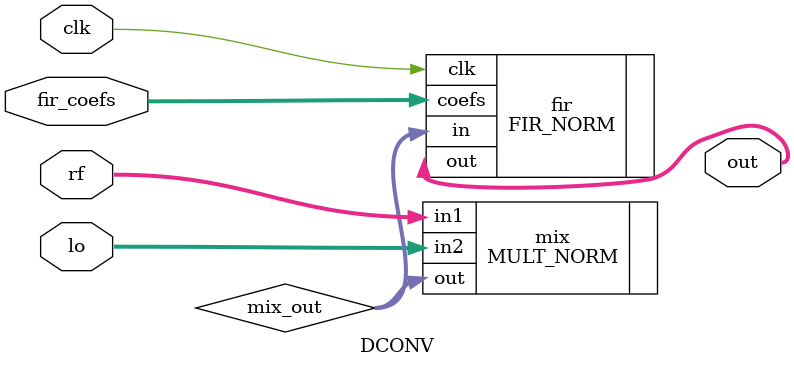
<source format=v>


module DCONV (
    input clk,
	input signed [FIR_TAPS*FIR_CWIDTH-1:0] fir_coefs,
    input signed [DWIDTH-1:0] rf,
    input signed [DWIDTH-1:0] lo,
    output signed [DWIDTH-1:0] out
);

parameter DWIDTH = 16;
parameter FIR_TAPS = 64;
parameter FIR_CWIDTH = 16;
parameter FIR_SLICE = 36;

wire signed [DWIDTH-1:0] mix_out;
MULT_NORM mix(.in1(rf), .in2(lo), .out(mix_out));

FIR_NORM #( .TAPS(FIR_TAPS), .SLICE(FIR_SLICE) ) fir(
	.clk(clk),
	.coefs(fir_coefs),
	.in(mix_out),
	.out(out)
	);

endmodule
</source>
